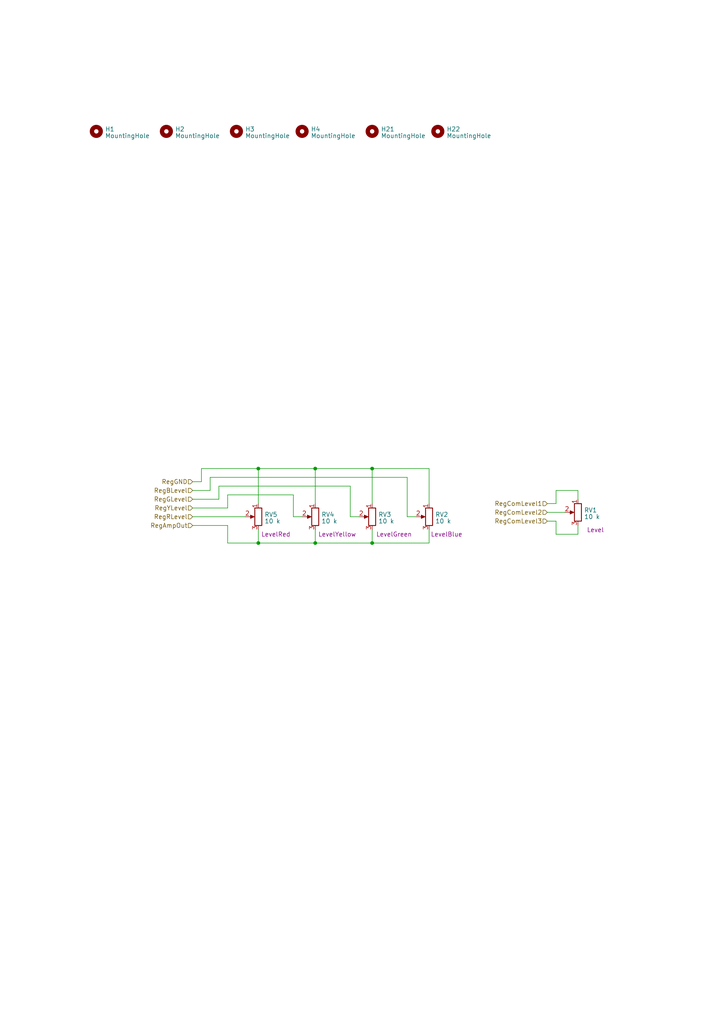
<source format=kicad_sch>
(kicad_sch (version 20230121) (generator eeschema)
  (paper "A4" portrait)
  (lib_symbols
    (symbol "Device:R_Potentiometer" (pin_names (offset 1.016) hide)
      (property "Reference" "RV" (at -4.445 0 90))
      (property "Value" "R_Potentiometer" (at -2.54 0 90))
      (symbol "R_Potentiometer_0_1"
        (polyline (pts (xy 2.54 0) (xy 1.524 0)))
        (polyline (pts (xy 1.143 0) (xy 2.286 0.508) (xy 2.286 -0.508) (xy 1.143 0)) (fill (type outline)))
        (rectangle (start 1.016 2.54) (end -1.016 -2.54) (stroke (width 0.254)))
      )
      (symbol "R_Potentiometer_1_1"
        (pin passive line (at 0 3.81 270) (length 1.27) (name "1") (number "1"))
        (pin passive line (at 3.81 0 180) (length 1.27) (name "2") (number "2"))
        (pin passive line (at 0 -3.81 90) (length 1.27) (name "3") (number "3"))
      )
    )
    (symbol "Mechanical:MountingHole" (pin_names (offset 1.016))
      (property "Reference" "H" (at 0 5.08 0))
      (property "Value" "MountingHole" (at 0 3.175 0))
      (symbol "MountingHole_0_1"
        (circle (center 0 0) (radius 1.27) (stroke (width 1.27)))
      )
    )
  )
  (junction (at 91.44 157.48))
  (junction (at 91.44 135.89))
  (junction (at 107.95 157.48))
  (junction (at 74.93 135.89))
  (junction (at 107.95 135.89))
  (junction (at 74.93 157.48))
  (wire (pts (xy 91.44 153.67) (xy 91.44 157.48)))
  (wire (pts (xy 71.12 149.86) (xy 55.88 149.86)))
  (wire (pts (xy 55.88 142.24) (xy 60.96 142.24)))
  (wire (pts (xy 63.5 144.78) (xy 63.5 140.97)))
  (wire (pts (xy 167.64 142.24) (xy 167.64 144.78)))
  (wire (pts (xy 91.44 157.48) (xy 74.93 157.48)))
  (wire (pts (xy 163.83 148.59) (xy 158.75 148.59)))
  (wire (pts (xy 124.46 153.67) (xy 124.46 157.48)))
  (wire (pts (xy 107.95 135.89) (xy 91.44 135.89)))
  (wire (pts (xy 161.29 146.05) (xy 161.29 142.24)))
  (wire (pts (xy 85.09 149.86) (xy 87.63 149.86)))
  (wire (pts (xy 55.88 147.32) (xy 66.04 147.32)))
  (wire (pts (xy 124.46 135.89) (xy 107.95 135.89)))
  (wire (pts (xy 118.11 138.43) (xy 118.11 149.86)))
  (wire (pts (xy 101.6 149.86) (xy 104.14 149.86)))
  (wire (pts (xy 74.93 157.48) (xy 74.93 153.67)))
  (wire (pts (xy 66.04 147.32) (xy 66.04 143.51)))
  (wire (pts (xy 66.04 157.48) (xy 74.93 157.48)))
  (wire (pts (xy 60.96 138.43) (xy 118.11 138.43)))
  (wire (pts (xy 85.09 143.51) (xy 85.09 149.86)))
  (wire (pts (xy 74.93 135.89) (xy 74.93 146.05)))
  (wire (pts (xy 55.88 144.78) (xy 63.5 144.78)))
  (wire (pts (xy 158.75 146.05) (xy 161.29 146.05)))
  (wire (pts (xy 107.95 153.67) (xy 107.95 157.48)))
  (wire (pts (xy 124.46 157.48) (xy 107.95 157.48)))
  (wire (pts (xy 66.04 157.48) (xy 66.04 152.4)))
  (wire (pts (xy 66.04 143.51) (xy 85.09 143.51)))
  (wire (pts (xy 60.96 142.24) (xy 60.96 138.43)))
  (wire (pts (xy 124.46 135.89) (xy 124.46 146.05)))
  (wire (pts (xy 161.29 154.94) (xy 161.29 151.13)))
  (wire (pts (xy 107.95 135.89) (xy 107.95 146.05)))
  (wire (pts (xy 58.42 139.7) (xy 58.42 135.89)))
  (wire (pts (xy 118.11 149.86) (xy 120.65 149.86)))
  (wire (pts (xy 161.29 151.13) (xy 158.75 151.13)))
  (wire (pts (xy 107.95 157.48) (xy 91.44 157.48)))
  (wire (pts (xy 167.64 152.4) (xy 167.64 154.94)))
  (wire (pts (xy 161.29 142.24) (xy 167.64 142.24)))
  (wire (pts (xy 167.64 154.94) (xy 161.29 154.94)))
  (wire (pts (xy 66.04 152.4) (xy 55.88 152.4)))
  (wire (pts (xy 101.6 140.97) (xy 101.6 149.86)))
  (wire (pts (xy 74.93 135.89) (xy 91.44 135.89)))
  (wire (pts (xy 58.42 135.89) (xy 74.93 135.89)))
  (wire (pts (xy 55.88 139.7) (xy 58.42 139.7)))
  (wire (pts (xy 63.5 140.97) (xy 101.6 140.97)))
  (wire (pts (xy 91.44 135.89) (xy 91.44 146.05)))
  (hierarchical_label "RegRLevel" (shape input) (at 55.88 149.86 180))
  (hierarchical_label "RegAmpOut" (shape input) (at 55.88 152.4 180))
  (hierarchical_label "RegGND" (shape input) (at 55.88 139.7 180))
  (hierarchical_label "RegComLevel1" (shape input) (at 158.75 146.05 180))
  (hierarchical_label "RegComLevel2" (shape input) (at 158.75 148.59 180))
  (hierarchical_label "RegYLevel" (shape input) (at 55.88 147.32 180))
  (hierarchical_label "RegGLevel" (shape input) (at 55.88 144.78 180))
  (hierarchical_label "RegComLevel3" (shape input) (at 158.75 151.13 180))
  (hierarchical_label "RegBLevel" (shape input) (at 55.88 142.24 180))
  (symbol (lib_id "Mechanical:MountingHole") (at 107.95 38.1 0) (unit 1)
    (property "Reference" "H21" (at 110.49 37.4563 0) (effects (justify left)))
    (property "Value" "MountingHole" (at 110.49 39.3773 0) (effects (justify left)))
    (property "Footprint" "MountingHole:MountingHole_3.2mm_M3" (effects hide))
  )
  (symbol (lib_id "Device:R_Potentiometer") (at 91.44 149.86 0) (mirror y) (unit 1)
    (property "Reference" "RV4" (at 93.218 149.2163 0) (effects (justify right)))
    (property "Value" "10 k" (at 93.218 151.1373 0) (effects (justify right)))
    (property "Footprint" "Potentiometer_THT:Potentiometer_Piher_T-16H_Single_Horizontal" (effects hide))
    (property "Поле4" "LevelYellow" (at 97.79 154.94 0))
    (instances (project "v1" (path "" (reference "RV4") (unit 1)) (path "" (reference "RV3") (unit 1))))
  )
  (symbol (lib_id "Mechanical:MountingHole") (at 68.58 38.1 0) (unit 1)
    (property "Reference" "H3" (at 71.12 37.4563 0) (effects (justify left)))
    (property "Value" "MountingHole" (at 71.12 39.3773 0) (effects (justify left)))
    (property "Footprint" "MountingHole:MountingHole_3.2mm_M3" (effects hide))
  )
  (symbol (lib_id "Device:R_Potentiometer") (at 124.46 149.86 0) (mirror y) (unit 1)
    (property "Reference" "RV2" (at 126.238 149.2163 0) (effects (justify right)))
    (property "Value" "10 k" (at 126.238 151.1373 0) (effects (justify right)))
    (property "Footprint" "Potentiometer_THT:Potentiometer_Piher_T-16H_Single_Horizontal" (effects hide))
    (property "Поле4" "LevelBlue" (at 129.54 154.94 0))
    (instances (project "v1" (path "" (reference "RV2") (unit 1)) (path "" (reference "RV5") (unit 1))))
  )
  (symbol (lib_id "Mechanical:MountingHole") (at 48.26 38.1 0) (unit 1)
    (property "Reference" "H2" (at 50.8 37.4563 0) (effects (justify left)))
    (property "Value" "MountingHole" (at 50.8 39.3773 0) (effects (justify left)))
    (property "Footprint" "MountingHole:MountingHole_3.2mm_M3" (effects hide))
  )
  (symbol (lib_id "Mechanical:MountingHole") (at 127 38.1 0) (unit 1)
    (property "Reference" "H22" (at 129.54 37.4563 0) (effects (justify left)))
    (property "Value" "MountingHole" (at 129.54 39.3773 0) (effects (justify left)))
    (property "Footprint" "MountingHole:MountingHole_3.2mm_M3" (effects hide))
  )
  (symbol (lib_id "Device:R_Potentiometer") (at 167.64 148.59 0) (mirror y) (unit 1)
    (property "Reference" "RV1" (at 169.418 147.9463 0) (effects (justify right)))
    (property "Value" "10 k" (at 169.418 149.8673 0) (effects (justify right)))
    (property "Footprint" "Potentiometer_THT:Potentiometer_Piher_T-16H_Single_Horizontal" (effects hide))
    (property "Поле4" "Level" (at 172.72 153.67 0))
  )
  (symbol (lib_id "Mechanical:MountingHole") (at 87.63 38.1 0) (unit 1)
    (property "Reference" "H4" (at 90.17 37.4563 0) (effects (justify left)))
    (property "Value" "MountingHole" (at 90.17 39.3773 0) (effects (justify left)))
    (property "Footprint" "MountingHole:MountingHole_3.2mm_M3" (effects hide))
  )
  (symbol (lib_id "Device:R_Potentiometer") (at 107.95 149.86 0) (mirror y) (unit 1)
    (property "Reference" "RV3" (at 109.728 149.2163 0) (effects (justify right)))
    (property "Value" "10 k" (at 109.728 151.1373 0) (effects (justify right)))
    (property "Footprint" "Potentiometer_THT:Potentiometer_Piher_T-16H_Single_Horizontal" (effects hide))
    (property "Поле4" "LevelGreen" (at 114.3 154.94 0))
    (instances (project "v1" (path "" (reference "RV3") (unit 1)) (path "" (reference "RV4") (unit 1))))
  )
  (symbol (lib_id "Mechanical:MountingHole") (at 27.94 38.1 0) (unit 1)
    (property "Reference" "H1" (at 30.48 37.4563 0) (effects (justify left)))
    (property "Value" "MountingHole" (at 30.48 39.3773 0) (effects (justify left)))
    (property "Footprint" "MountingHole:MountingHole_3.2mm_M3" (effects hide))
  )
  (symbol (lib_id "Device:R_Potentiometer") (at 74.93 149.86 0) (mirror y) (unit 1)
    (property "Reference" "RV5" (at 76.708 149.2163 0) (effects (justify right)))
    (property "Value" "10 k" (at 76.708 151.1373 0) (effects (justify right)))
    (property "Footprint" "Potentiometer_THT:Potentiometer_Piher_T-16H_Single_Horizontal" (effects hide))
    (property "Поле4" "LevelRed" (at 80.01 154.94 0))
    (instances (project "v1" (path "" (reference "RV5") (unit 1)) (path "" (reference "RV2") (unit 1))))
  )
)
</source>
